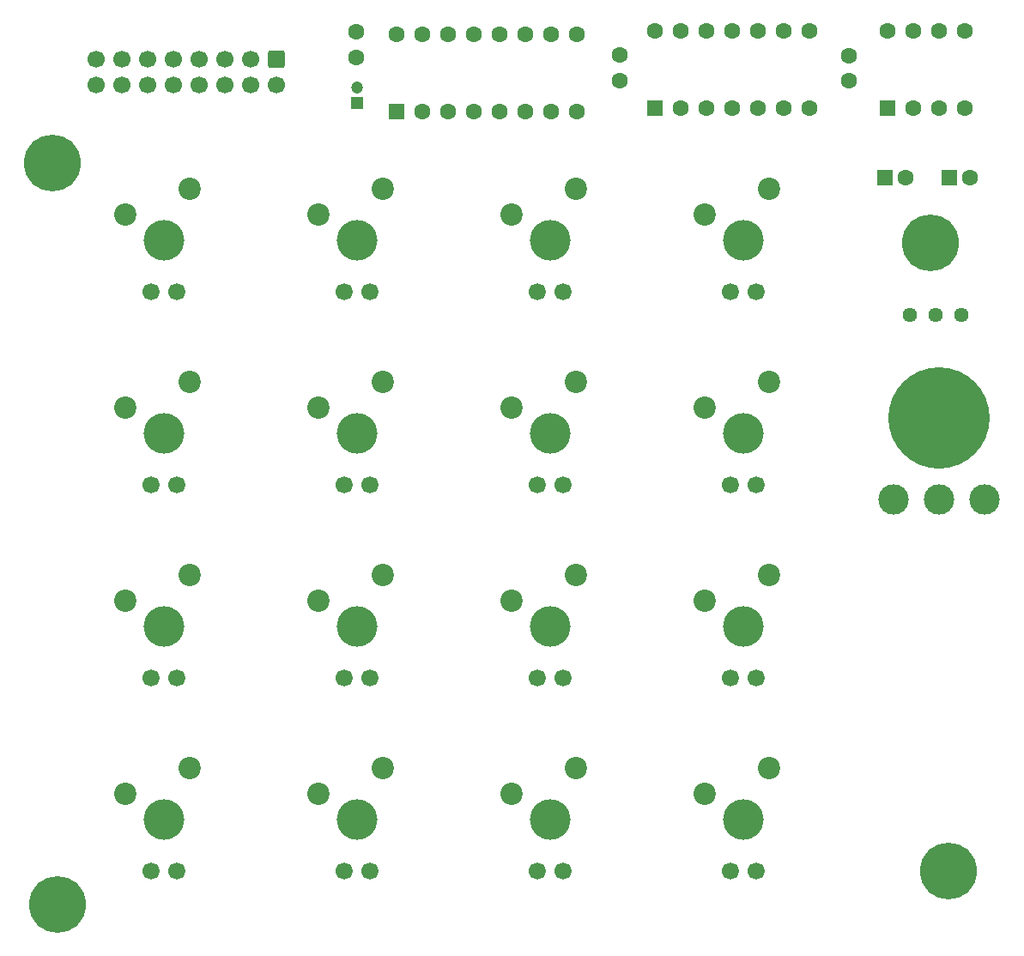
<source format=gbs>
G04 #@! TF.GenerationSoftware,KiCad,Pcbnew,9.0.0*
G04 #@! TF.CreationDate,2025-06-15T15:39:48+02:00*
G04 #@! TF.ProjectId,8-bit computer_Keypad_Module,382d6269-7420-4636-9f6d-70757465725f,rev?*
G04 #@! TF.SameCoordinates,Original*
G04 #@! TF.FileFunction,Soldermask,Bot*
G04 #@! TF.FilePolarity,Negative*
%FSLAX46Y46*%
G04 Gerber Fmt 4.6, Leading zero omitted, Abs format (unit mm)*
G04 Created by KiCad (PCBNEW 9.0.0) date 2025-06-15 15:39:48*
%MOMM*%
%LPD*%
G01*
G04 APERTURE LIST*
G04 Aperture macros list*
%AMRoundRect*
0 Rectangle with rounded corners*
0 $1 Rounding radius*
0 $2 $3 $4 $5 $6 $7 $8 $9 X,Y pos of 4 corners*
0 Add a 4 corners polygon primitive as box body*
4,1,4,$2,$3,$4,$5,$6,$7,$8,$9,$2,$3,0*
0 Add four circle primitives for the rounded corners*
1,1,$1+$1,$2,$3*
1,1,$1+$1,$4,$5*
1,1,$1+$1,$6,$7*
1,1,$1+$1,$8,$9*
0 Add four rect primitives between the rounded corners*
20,1,$1+$1,$2,$3,$4,$5,0*
20,1,$1+$1,$4,$5,$6,$7,0*
20,1,$1+$1,$6,$7,$8,$9,0*
20,1,$1+$1,$8,$9,$2,$3,0*%
G04 Aperture macros list end*
%ADD10C,5.600000*%
%ADD11RoundRect,0.250000X-0.600000X0.600000X-0.600000X-0.600000X0.600000X-0.600000X0.600000X0.600000X0*%
%ADD12C,1.700000*%
%ADD13C,1.600000*%
%ADD14C,4.000000*%
%ADD15C,2.200000*%
%ADD16C,1.690600*%
%ADD17RoundRect,0.250000X0.550000X-0.550000X0.550000X0.550000X-0.550000X0.550000X-0.550000X-0.550000X0*%
%ADD18C,10.000000*%
%ADD19C,3.000000*%
%ADD20R,1.600000X1.600000*%
%ADD21C,1.440000*%
%ADD22R,1.200000X1.200000*%
%ADD23C,1.200000*%
G04 APERTURE END LIST*
D10*
X200355200Y-133604000D03*
D11*
X134010400Y-53441600D03*
D12*
X134010400Y-55981600D03*
X131470400Y-53441600D03*
X131470399Y-55981600D03*
X128930400Y-53441600D03*
X128930400Y-55981600D03*
X126390400Y-53441600D03*
X126390399Y-55981600D03*
X123850400Y-53441600D03*
X123850400Y-55981600D03*
X121310400Y-53441600D03*
X121310399Y-55981600D03*
X118770400Y-53441600D03*
X118770400Y-55981600D03*
X116230400Y-53441600D03*
X116230399Y-55981600D03*
D13*
X141935200Y-50789200D03*
X141935200Y-53289200D03*
D10*
X112420400Y-136906000D03*
D14*
X180086000Y-90424000D03*
D15*
X176276000Y-87884000D03*
X182626000Y-85344000D03*
D16*
X178816000Y-95504000D03*
X181356000Y-95504000D03*
D17*
X171399200Y-58318400D03*
D13*
X173939200Y-58318400D03*
X176479200Y-58318400D03*
X179019200Y-58318400D03*
X181559200Y-58318400D03*
X184099200Y-58318400D03*
X186639200Y-58318400D03*
X186639200Y-50698400D03*
X184099200Y-50698400D03*
X181559200Y-50698400D03*
X179019200Y-50698400D03*
X176479200Y-50698400D03*
X173939200Y-50698400D03*
X171399200Y-50698400D03*
D14*
X161036000Y-71374000D03*
D15*
X157226000Y-68834000D03*
X163576000Y-66294000D03*
D16*
X159766000Y-76454000D03*
X162306000Y-76454000D03*
D13*
X167894000Y-53086000D03*
X167894000Y-55586000D03*
D14*
X161036000Y-128524000D03*
D15*
X157226000Y-125984000D03*
X163576000Y-123444000D03*
D16*
X159766000Y-133604000D03*
X162306000Y-133604000D03*
D14*
X141986000Y-128524000D03*
D15*
X138176000Y-125984000D03*
X144526000Y-123444000D03*
D16*
X140716000Y-133604000D03*
X143256000Y-133604000D03*
D14*
X122936000Y-128524000D03*
D15*
X119126000Y-125984000D03*
X125476000Y-123444000D03*
D16*
X121666000Y-133604000D03*
X124206000Y-133604000D03*
D14*
X141986000Y-71374000D03*
D15*
X138176000Y-68834000D03*
X144526000Y-66294000D03*
D16*
X140716000Y-76454000D03*
X143256000Y-76454000D03*
D14*
X141986000Y-90424000D03*
D15*
X138176000Y-87884000D03*
X144526000Y-85344000D03*
D16*
X140716000Y-95504000D03*
X143256000Y-95504000D03*
D17*
X194310000Y-58288000D03*
D13*
X196850000Y-58288000D03*
X199390000Y-58288000D03*
X201930000Y-58288000D03*
X201930001Y-50668000D03*
X199390000Y-50668000D03*
X196850001Y-50668000D03*
X194310000Y-50668000D03*
D14*
X141986000Y-109474000D03*
D15*
X138176000Y-106934000D03*
X144526000Y-104394000D03*
D16*
X140716000Y-114554000D03*
X143256000Y-114554000D03*
D14*
X180086000Y-109474000D03*
D15*
X176276000Y-106934000D03*
X182626000Y-104394000D03*
D16*
X178816000Y-114554000D03*
X181356000Y-114554000D03*
D17*
X145897600Y-58623200D03*
D13*
X148437600Y-58623200D03*
X150977600Y-58623200D03*
X153517600Y-58623200D03*
X156057600Y-58623200D03*
X158597600Y-58623200D03*
X161137600Y-58623200D03*
X163677600Y-58623200D03*
X163677600Y-51003200D03*
X161137600Y-51003200D03*
X158597600Y-51003200D03*
X156057600Y-51003200D03*
X153517600Y-51003200D03*
X150977600Y-51003200D03*
X148437600Y-51003200D03*
X145897600Y-51003200D03*
D18*
X199390000Y-88900000D03*
D19*
X194890000Y-96900000D03*
X199390000Y-96900000D03*
X203890000Y-96900000D03*
D10*
X111963200Y-63703200D03*
D13*
X190500000Y-55606000D03*
X190500000Y-53106000D03*
D10*
X198577200Y-71577200D03*
D14*
X122936000Y-109474000D03*
D15*
X119126000Y-106934000D03*
X125476000Y-104394000D03*
D16*
X121666000Y-114554000D03*
X124206000Y-114554000D03*
D14*
X180086000Y-128524000D03*
D15*
X176276000Y-125984000D03*
X182626000Y-123444000D03*
D16*
X178816000Y-133604000D03*
X181356000Y-133604000D03*
D14*
X180086000Y-71374000D03*
D15*
X176276000Y-68834000D03*
X182626000Y-66294000D03*
D16*
X178816000Y-76454000D03*
X181356000Y-76454000D03*
D14*
X161036000Y-90424000D03*
D15*
X157226000Y-87884000D03*
X163576000Y-85344000D03*
D16*
X159766000Y-95504000D03*
X162306000Y-95504000D03*
D20*
X200434888Y-65151000D03*
D13*
X202434888Y-65151000D03*
D14*
X122936000Y-90424000D03*
D15*
X119126000Y-87884000D03*
X125476000Y-85344000D03*
D16*
X121666000Y-95504000D03*
X124206000Y-95504000D03*
D21*
X201625200Y-78740000D03*
X199085200Y-78740000D03*
X196545200Y-78740000D03*
D22*
X141986000Y-57771000D03*
D23*
X141986000Y-56271000D03*
D14*
X122936000Y-71374000D03*
D15*
X119126000Y-68834000D03*
X125476000Y-66294000D03*
D16*
X121666000Y-76454000D03*
X124206000Y-76454000D03*
D14*
X161036000Y-109474000D03*
D15*
X157226000Y-106934000D03*
X163576000Y-104394000D03*
D16*
X159766000Y-114554000D03*
X162306000Y-114554000D03*
D20*
X194056000Y-65151000D03*
D13*
X196056000Y-65151000D03*
M02*

</source>
